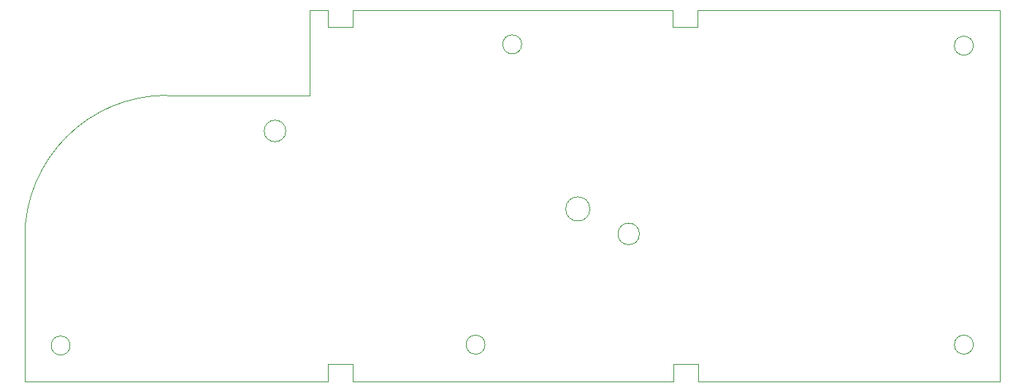
<source format=gm1>
G04 #@! TF.GenerationSoftware,KiCad,Pcbnew,7.0.9*
G04 #@! TF.CreationDate,2023-12-20T17:09:37-07:00*
G04 #@! TF.ProjectId,nes_controller_pcb,6e65735f-636f-46e7-9472-6f6c6c65725f,4a*
G04 #@! TF.SameCoordinates,Original*
G04 #@! TF.FileFunction,Profile,NP*
%FSLAX46Y46*%
G04 Gerber Fmt 4.6, Leading zero omitted, Abs format (unit mm)*
G04 Created by KiCad (PCBNEW 7.0.9) date 2023-12-20 17:09:37*
%MOMM*%
%LPD*%
G01*
G04 APERTURE LIST*
G04 #@! TA.AperFunction,Profile*
%ADD10C,0.100000*%
G04 #@! TD*
G04 APERTURE END LIST*
D10*
X209950000Y-104050000D02*
G75*
G03*
X209950000Y-104050000I-1100000J0D01*
G01*
X209950000Y-138750000D02*
G75*
G03*
X209950000Y-138750000I-1100000J0D01*
G01*
X138050000Y-143000000D02*
X175150000Y-143000000D01*
X178100000Y-143000000D02*
X213000000Y-143000000D01*
X175150000Y-143000000D02*
X175150000Y-141000000D01*
X178100000Y-141000000D02*
X178100000Y-143000000D01*
X116500000Y-109800000D02*
G75*
G03*
X100000000Y-126300000I0J-16500000D01*
G01*
X213000000Y-99900000D02*
X178000000Y-99900000D01*
X130250000Y-113950000D02*
G75*
G03*
X130250000Y-113950000I-1250000J0D01*
G01*
X165500000Y-123000000D02*
G75*
G03*
X165500000Y-123000000I-1400000J0D01*
G01*
X135100000Y-101900000D02*
X135100000Y-99900000D01*
X138050000Y-141000000D02*
X138050000Y-143000000D01*
X157600000Y-103900000D02*
G75*
G03*
X157600000Y-103900000I-1100000J0D01*
G01*
X213000000Y-143000000D02*
X213000000Y-99900000D01*
X135100000Y-143000000D02*
X135100000Y-141000000D01*
X153350000Y-138750000D02*
G75*
G03*
X153350000Y-138750000I-1100000J0D01*
G01*
X175100000Y-99900000D02*
X138050000Y-99900000D01*
X135100000Y-99900000D02*
X133000000Y-99900000D01*
X135100000Y-141000000D02*
X138050000Y-141000000D01*
X100000000Y-143000000D02*
X135100000Y-143000000D01*
X100000000Y-126300000D02*
X100000000Y-143000000D01*
X175100000Y-101900000D02*
X175100000Y-99900000D01*
X171250000Y-125900000D02*
G75*
G03*
X171250000Y-125900000I-1250000J0D01*
G01*
X138050000Y-99900000D02*
X138050000Y-101900000D01*
X133000000Y-99900000D02*
X133000000Y-109800000D01*
X105250000Y-138850000D02*
G75*
G03*
X105250000Y-138850000I-1100000J0D01*
G01*
X178000000Y-99900000D02*
X178000000Y-101900000D01*
X175150000Y-141000000D02*
X178100000Y-141000000D01*
X138050000Y-101900000D02*
X135100000Y-101900000D01*
X178000000Y-101900000D02*
X175100000Y-101900000D01*
X133000000Y-109800000D02*
X116500000Y-109800000D01*
M02*

</source>
